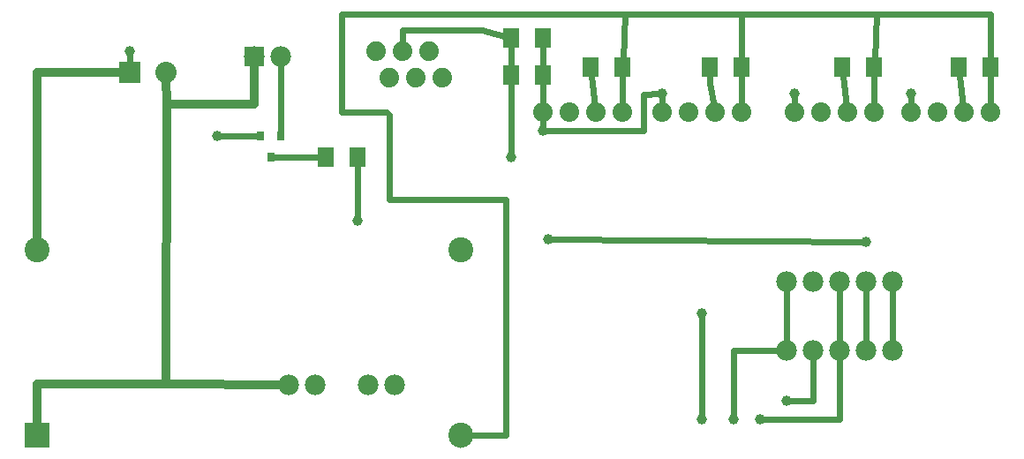
<source format=gtl>
G04 MADE WITH FRITZING*
G04 WWW.FRITZING.ORG*
G04 DOUBLE SIDED*
G04 HOLES PLATED*
G04 CONTOUR ON CENTER OF CONTOUR VECTOR*
%ASAXBY*%
%FSLAX23Y23*%
%MOIN*%
%OFA0B0*%
%SFA1.0B1.0*%
%ADD10C,0.039370*%
%ADD11C,0.094488*%
%ADD12C,0.078000*%
%ADD13C,0.080000*%
%ADD14C,0.074000*%
%ADD15C,0.073889*%
%ADD16R,0.000189X0.000189*%
%ADD17R,0.062992X0.074803*%
%ADD18R,0.031496X0.035433*%
%ADD19R,0.080000X0.080000*%
%ADD20R,0.078000X0.078000*%
%ADD21C,0.024000*%
%ADD22C,0.032000*%
%ADD23R,0.001000X0.001000*%
%LNCOPPER1*%
G90*
G70*
G54D10*
X1895Y1178D03*
X1315Y938D03*
X3235Y858D03*
X2035Y868D03*
X2835Y188D03*
X2935Y258D03*
X2735Y188D03*
X2615Y188D03*
X2616Y587D03*
G54D11*
X105Y128D03*
X105Y828D03*
X1705Y828D03*
X1705Y128D03*
X105Y128D03*
X105Y828D03*
X1705Y828D03*
X1705Y128D03*
G54D10*
X3405Y1418D03*
X2965Y1418D03*
X2465Y1418D03*
X2015Y1278D03*
X455Y1578D03*
X785Y1258D03*
G54D12*
X1055Y318D03*
X1155Y318D03*
X1355Y318D03*
X1455Y318D03*
G54D13*
X455Y1498D03*
X593Y1498D03*
G54D14*
X1635Y1478D03*
X1585Y1578D03*
X1535Y1478D03*
X1485Y1578D03*
X1435Y1478D03*
X1385Y1578D03*
X1635Y1478D03*
X1585Y1578D03*
X1535Y1478D03*
X1485Y1578D03*
X1435Y1478D03*
X1385Y1578D03*
G54D12*
X925Y1558D03*
X1025Y1558D03*
X3335Y708D03*
X3235Y708D03*
X3135Y708D03*
X3035Y708D03*
X2935Y708D03*
X3335Y708D03*
X3235Y708D03*
X3135Y708D03*
X3035Y708D03*
X2935Y708D03*
X3335Y448D03*
X3235Y448D03*
X3135Y448D03*
X3035Y448D03*
X2935Y448D03*
X3335Y448D03*
X3235Y448D03*
X3135Y448D03*
X3035Y448D03*
X2935Y448D03*
G54D15*
X3405Y1348D03*
X3505Y1348D03*
X3605Y1348D03*
X3705Y1348D03*
X2965Y1348D03*
X3065Y1348D03*
X3165Y1348D03*
X3265Y1348D03*
X2465Y1348D03*
X2565Y1348D03*
X2665Y1348D03*
X2765Y1348D03*
X2015Y1348D03*
X2115Y1348D03*
X2215Y1348D03*
X2315Y1348D03*
G54D16*
X1705Y80D03*
X1705Y80D03*
G54D17*
X3707Y1518D03*
X3585Y1518D03*
X3267Y1518D03*
X3145Y1518D03*
X2767Y1518D03*
X2645Y1518D03*
X2317Y1518D03*
X2195Y1518D03*
X2017Y1488D03*
X1895Y1488D03*
X2017Y1628D03*
X1895Y1628D03*
X1317Y1178D03*
X1195Y1178D03*
G54D18*
X1025Y1258D03*
X950Y1258D03*
X988Y1179D03*
G54D19*
X455Y1498D03*
G54D20*
X925Y1558D03*
G54D21*
X1895Y1456D02*
X1895Y1185D01*
D02*
X2395Y1278D02*
X2023Y1278D01*
D02*
X2396Y1416D02*
X2395Y1278D01*
D02*
X2457Y1417D02*
X2396Y1416D01*
D02*
X1435Y1017D02*
X1435Y1340D01*
D02*
X1875Y1017D02*
X1435Y1017D01*
D02*
X1874Y128D02*
X1875Y1017D01*
D02*
X1317Y1146D02*
X1315Y945D01*
D02*
X3227Y858D02*
X2043Y868D01*
D02*
X1721Y128D02*
X1874Y128D01*
D02*
X2735Y448D02*
X2735Y195D01*
D02*
X2943Y258D02*
X3035Y258D01*
D02*
X3035Y258D02*
X3035Y429D01*
D02*
X3135Y188D02*
X2843Y188D01*
D02*
X3135Y429D02*
X3135Y188D01*
D02*
X2916Y448D02*
X2735Y448D01*
D02*
X2616Y580D02*
X2615Y195D01*
G54D22*
D02*
X105Y1498D02*
X105Y843D01*
D02*
X435Y1498D02*
X105Y1498D01*
G54D21*
D02*
X1784Y1659D02*
X1484Y1659D01*
D02*
X1484Y1659D02*
X1485Y1598D01*
D02*
X1869Y1635D02*
X1784Y1659D01*
G54D22*
D02*
X105Y323D02*
X105Y143D01*
D02*
X592Y323D02*
X105Y323D01*
G54D21*
D02*
X3405Y1371D02*
X3405Y1410D01*
D02*
X2965Y1371D02*
X2965Y1410D01*
D02*
X2015Y1285D02*
X2015Y1325D01*
D02*
X2465Y1371D02*
X2465Y1410D01*
D02*
X940Y1258D02*
X793Y1258D01*
D02*
X455Y1570D02*
X455Y1518D01*
G54D22*
D02*
X595Y1379D02*
X593Y1478D01*
D02*
X592Y323D02*
X595Y1379D01*
D02*
X1036Y318D02*
X592Y323D01*
G54D21*
D02*
X2017Y1456D02*
X2015Y1371D01*
D02*
X3162Y1370D02*
X3149Y1486D01*
D02*
X3589Y1486D02*
X3602Y1370D01*
D02*
X3707Y1486D02*
X3705Y1371D01*
D02*
X2212Y1370D02*
X2199Y1486D01*
D02*
X2315Y1371D02*
X2317Y1486D01*
D02*
X2645Y1486D02*
X2645Y1459D01*
D02*
X2645Y1459D02*
X2661Y1370D01*
D02*
X2766Y1486D02*
X2765Y1456D01*
D02*
X2765Y1456D02*
X2765Y1371D01*
D02*
X2935Y467D02*
X2935Y689D01*
D02*
X3135Y467D02*
X3135Y689D01*
D02*
X3235Y467D02*
X3235Y689D01*
D02*
X2017Y1519D02*
X2017Y1596D01*
D02*
X1895Y1519D02*
X1895Y1596D01*
D02*
X1169Y1178D02*
X998Y1179D01*
D02*
X1025Y1270D02*
X1025Y1568D01*
D02*
X1025Y1568D02*
X1025Y1577D01*
D02*
X3277Y1719D02*
X3269Y1549D01*
D02*
X2767Y1719D02*
X3277Y1719D01*
D02*
X2767Y1719D02*
X2767Y1549D01*
D02*
X2327Y1719D02*
X2767Y1719D01*
D02*
X1254Y1719D02*
X2327Y1719D01*
D02*
X2327Y1719D02*
X2319Y1549D01*
D02*
X3265Y1371D02*
X3267Y1486D01*
D02*
X3707Y1719D02*
X3707Y1549D01*
D02*
X3277Y1719D02*
X3707Y1719D01*
G54D22*
D02*
X926Y1379D02*
X595Y1379D01*
D02*
X925Y1539D02*
X926Y1379D01*
G54D21*
D02*
X1427Y1348D02*
X1254Y1347D01*
D02*
X1254Y1347D02*
X1254Y1719D01*
D02*
X3335Y467D02*
X3335Y689D01*
G54D23*
X59Y175D02*
X152Y175D01*
X59Y174D02*
X152Y174D01*
X59Y173D02*
X152Y173D01*
X59Y172D02*
X152Y172D01*
X59Y171D02*
X152Y171D01*
X59Y170D02*
X152Y170D01*
X59Y169D02*
X152Y169D01*
X59Y168D02*
X152Y168D01*
X59Y167D02*
X152Y167D01*
X59Y166D02*
X152Y166D01*
X59Y165D02*
X152Y165D01*
X59Y164D02*
X152Y164D01*
X59Y163D02*
X152Y163D01*
X59Y162D02*
X152Y162D01*
X59Y161D02*
X152Y161D01*
X59Y160D02*
X152Y160D01*
X59Y159D02*
X152Y159D01*
X59Y158D02*
X152Y158D01*
X59Y157D02*
X152Y157D01*
X59Y156D02*
X152Y156D01*
X59Y155D02*
X152Y155D01*
X59Y154D02*
X152Y154D01*
X59Y153D02*
X152Y153D01*
X59Y152D02*
X152Y152D01*
X59Y151D02*
X152Y151D01*
X59Y150D02*
X152Y150D01*
X59Y149D02*
X152Y149D01*
X59Y148D02*
X152Y148D01*
X59Y147D02*
X100Y147D01*
X111Y147D02*
X152Y147D01*
X59Y146D02*
X97Y146D01*
X114Y146D02*
X152Y146D01*
X59Y145D02*
X95Y145D01*
X116Y145D02*
X152Y145D01*
X59Y144D02*
X93Y144D01*
X117Y144D02*
X152Y144D01*
X59Y143D02*
X92Y143D01*
X119Y143D02*
X152Y143D01*
X59Y142D02*
X91Y142D01*
X120Y142D02*
X152Y142D01*
X59Y141D02*
X90Y141D01*
X121Y141D02*
X152Y141D01*
X59Y140D02*
X89Y140D01*
X121Y140D02*
X152Y140D01*
X59Y139D02*
X89Y139D01*
X122Y139D02*
X152Y139D01*
X59Y138D02*
X88Y138D01*
X123Y138D02*
X152Y138D01*
X59Y137D02*
X87Y137D01*
X123Y137D02*
X152Y137D01*
X59Y136D02*
X87Y136D01*
X124Y136D02*
X152Y136D01*
X59Y135D02*
X87Y135D01*
X124Y135D02*
X152Y135D01*
X59Y134D02*
X86Y134D01*
X125Y134D02*
X152Y134D01*
X59Y133D02*
X86Y133D01*
X125Y133D02*
X152Y133D01*
X59Y132D02*
X86Y132D01*
X125Y132D02*
X152Y132D01*
X59Y131D02*
X86Y131D01*
X125Y131D02*
X152Y131D01*
X59Y130D02*
X85Y130D01*
X125Y130D02*
X152Y130D01*
X59Y129D02*
X85Y129D01*
X126Y129D02*
X152Y129D01*
X59Y128D02*
X85Y128D01*
X126Y128D02*
X152Y128D01*
X59Y127D02*
X85Y127D01*
X125Y127D02*
X152Y127D01*
X59Y126D02*
X85Y126D01*
X125Y126D02*
X152Y126D01*
X59Y125D02*
X86Y125D01*
X125Y125D02*
X152Y125D01*
X59Y124D02*
X86Y124D01*
X125Y124D02*
X152Y124D01*
X59Y123D02*
X86Y123D01*
X125Y123D02*
X152Y123D01*
X59Y122D02*
X86Y122D01*
X125Y122D02*
X152Y122D01*
X59Y121D02*
X87Y121D01*
X124Y121D02*
X152Y121D01*
X59Y120D02*
X87Y120D01*
X124Y120D02*
X152Y120D01*
X59Y119D02*
X88Y119D01*
X123Y119D02*
X152Y119D01*
X59Y118D02*
X88Y118D01*
X123Y118D02*
X152Y118D01*
X59Y117D02*
X89Y117D01*
X122Y117D02*
X152Y117D01*
X59Y116D02*
X89Y116D01*
X121Y116D02*
X152Y116D01*
X59Y115D02*
X90Y115D01*
X121Y115D02*
X152Y115D01*
X59Y114D02*
X91Y114D01*
X120Y114D02*
X152Y114D01*
X59Y113D02*
X92Y113D01*
X118Y113D02*
X152Y113D01*
X59Y112D02*
X94Y112D01*
X117Y112D02*
X152Y112D01*
X59Y111D02*
X95Y111D01*
X116Y111D02*
X152Y111D01*
X59Y110D02*
X97Y110D01*
X114Y110D02*
X152Y110D01*
X59Y109D02*
X100Y109D01*
X111Y109D02*
X152Y109D01*
X59Y108D02*
X152Y108D01*
X59Y107D02*
X152Y107D01*
X59Y106D02*
X152Y106D01*
X59Y105D02*
X152Y105D01*
X59Y104D02*
X152Y104D01*
X59Y103D02*
X152Y103D01*
X59Y102D02*
X152Y102D01*
X59Y101D02*
X152Y101D01*
X59Y100D02*
X152Y100D01*
X59Y99D02*
X152Y99D01*
X59Y98D02*
X152Y98D01*
X59Y97D02*
X152Y97D01*
X59Y96D02*
X152Y96D01*
X59Y95D02*
X152Y95D01*
X59Y94D02*
X152Y94D01*
X59Y93D02*
X152Y93D01*
X59Y92D02*
X152Y92D01*
X59Y91D02*
X152Y91D01*
X59Y90D02*
X152Y90D01*
X59Y89D02*
X152Y89D01*
X59Y88D02*
X152Y88D01*
X59Y87D02*
X152Y87D01*
X59Y86D02*
X152Y86D01*
X59Y85D02*
X152Y85D01*
X59Y84D02*
X152Y84D01*
X59Y83D02*
X152Y83D01*
X59Y82D02*
X152Y82D01*
X59Y81D02*
X152Y81D01*
D02*
G04 End of Copper1*
M02*
</source>
